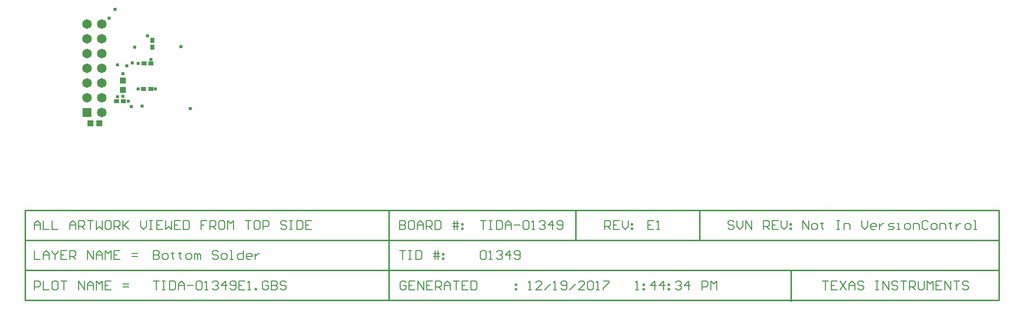
<source format=gbs>
G04 Layer_Color=16711935*
%FSAX25Y25*%
%MOIN*%
G70*
G01*
G75*
%ADD14C,0.00800*%
%ADD16C,0.01000*%
%ADD28R,0.04331X0.04134*%
%ADD29R,0.02756X0.03543*%
%ADD30C,0.06496*%
%ADD31R,0.06496X0.06496*%
%ADD32C,0.02394*%
%ADD33R,0.04134X0.04331*%
%ADD34R,0.03543X0.02756*%
G54D14*
X0126900Y0073549D02*
Y0067551D01*
X0129899D01*
X0130899Y0068550D01*
Y0069550D01*
X0129899Y0070550D01*
X0126900D01*
X0129899D01*
X0130899Y0071549D01*
Y0072549D01*
X0129899Y0073549D01*
X0126900D01*
X0133898Y0067551D02*
X0135897D01*
X0136897Y0068550D01*
Y0070550D01*
X0135897Y0071549D01*
X0133898D01*
X0132898Y0070550D01*
Y0068550D01*
X0133898Y0067551D01*
X0139896Y0072549D02*
Y0071549D01*
X0138896D01*
X0140895D01*
X0139896D01*
Y0068550D01*
X0140895Y0067551D01*
X0144894Y0072549D02*
Y0071549D01*
X0143895D01*
X0145894D01*
X0144894D01*
Y0068550D01*
X0145894Y0067551D01*
X0149893D02*
X0151892D01*
X0152892Y0068550D01*
Y0070550D01*
X0151892Y0071549D01*
X0149893D01*
X0148893Y0070550D01*
Y0068550D01*
X0149893Y0067551D01*
X0154891D02*
Y0071549D01*
X0155891D01*
X0156890Y0070550D01*
Y0067551D01*
Y0070550D01*
X0157890Y0071549D01*
X0158890Y0070550D01*
Y0067551D01*
X0170886Y0072549D02*
X0169886Y0073549D01*
X0167887D01*
X0166887Y0072549D01*
Y0071549D01*
X0167887Y0070550D01*
X0169886D01*
X0170886Y0069550D01*
Y0068550D01*
X0169886Y0067551D01*
X0167887D01*
X0166887Y0068550D01*
X0173885Y0067551D02*
X0175884D01*
X0176884Y0068550D01*
Y0070550D01*
X0175884Y0071549D01*
X0173885D01*
X0172885Y0070550D01*
Y0068550D01*
X0173885Y0067551D01*
X0178883D02*
X0180883D01*
X0179883D01*
Y0073549D01*
X0178883D01*
X0187880D02*
Y0067551D01*
X0184881D01*
X0183882Y0068550D01*
Y0070550D01*
X0184881Y0071549D01*
X0187880D01*
X0192879Y0067551D02*
X0190879D01*
X0189880Y0068550D01*
Y0070550D01*
X0190879Y0071549D01*
X0192879D01*
X0193878Y0070550D01*
Y0069550D01*
X0189880D01*
X0195878Y0071549D02*
Y0067551D01*
Y0069550D01*
X0196877Y0070550D01*
X0197877Y0071549D01*
X0198877D01*
X0567400Y0087833D02*
Y0093831D01*
X0571399Y0087833D01*
Y0093831D01*
X0574398Y0087833D02*
X0576397D01*
X0577397Y0088833D01*
Y0090832D01*
X0576397Y0091832D01*
X0574398D01*
X0573398Y0090832D01*
Y0088833D01*
X0574398Y0087833D01*
X0580396Y0092832D02*
Y0091832D01*
X0579396D01*
X0581395D01*
X0580396D01*
Y0088833D01*
X0581395Y0087833D01*
X0590393Y0093831D02*
X0592392D01*
X0591392D01*
Y0087833D01*
X0590393D01*
X0592392D01*
X0595391D02*
Y0091832D01*
X0598390D01*
X0599390Y0090832D01*
Y0087833D01*
X0607387Y0093831D02*
Y0089833D01*
X0609386Y0087833D01*
X0611386Y0089833D01*
Y0093831D01*
X0616384Y0087833D02*
X0614385D01*
X0613385Y0088833D01*
Y0090832D01*
X0614385Y0091832D01*
X0616384D01*
X0617384Y0090832D01*
Y0089833D01*
X0613385D01*
X0619383Y0091832D02*
Y0087833D01*
Y0089833D01*
X0620383Y0090832D01*
X0621383Y0091832D01*
X0622382D01*
X0625381Y0087833D02*
X0628380D01*
X0629380Y0088833D01*
X0628380Y0089833D01*
X0626381D01*
X0625381Y0090832D01*
X0626381Y0091832D01*
X0629380D01*
X0631379Y0087833D02*
X0633379D01*
X0632379D01*
Y0091832D01*
X0631379D01*
X0637377Y0087833D02*
X0639377D01*
X0640376Y0088833D01*
Y0090832D01*
X0639377Y0091832D01*
X0637377D01*
X0636378Y0090832D01*
Y0088833D01*
X0637377Y0087833D01*
X0642376D02*
Y0091832D01*
X0645375D01*
X0646374Y0090832D01*
Y0087833D01*
X0652373Y0092832D02*
X0651373Y0093831D01*
X0649373D01*
X0648374Y0092832D01*
Y0088833D01*
X0649373Y0087833D01*
X0651373D01*
X0652373Y0088833D01*
X0655372Y0087833D02*
X0657371D01*
X0658371Y0088833D01*
Y0090832D01*
X0657371Y0091832D01*
X0655372D01*
X0654372Y0090832D01*
Y0088833D01*
X0655372Y0087833D01*
X0660370D02*
Y0091832D01*
X0663369D01*
X0664369Y0090832D01*
Y0087833D01*
X0667368Y0092832D02*
Y0091832D01*
X0666368D01*
X0668367D01*
X0667368D01*
Y0088833D01*
X0668367Y0087833D01*
X0671366Y0091832D02*
Y0087833D01*
Y0089833D01*
X0672366Y0090832D01*
X0673366Y0091832D01*
X0674365D01*
X0678364Y0087833D02*
X0680364D01*
X0681363Y0088833D01*
Y0090832D01*
X0680364Y0091832D01*
X0678364D01*
X0677364Y0090832D01*
Y0088833D01*
X0678364Y0087833D01*
X0683362D02*
X0685362D01*
X0684362D01*
Y0093831D01*
X0683362D01*
X0520799Y0092832D02*
X0519799Y0093831D01*
X0517800D01*
X0516800Y0092832D01*
Y0091832D01*
X0517800Y0090832D01*
X0519799D01*
X0520799Y0089833D01*
Y0088833D01*
X0519799Y0087833D01*
X0517800D01*
X0516800Y0088833D01*
X0522798Y0093831D02*
Y0089833D01*
X0524797Y0087833D01*
X0526797Y0089833D01*
Y0093831D01*
X0528796Y0087833D02*
Y0093831D01*
X0532795Y0087833D01*
Y0093831D01*
X0540792Y0087833D02*
Y0093831D01*
X0543791D01*
X0544791Y0092832D01*
Y0090832D01*
X0543791Y0089833D01*
X0540792D01*
X0542792D02*
X0544791Y0087833D01*
X0550789Y0093831D02*
X0546790D01*
Y0087833D01*
X0550789D01*
X0546790Y0090832D02*
X0548790D01*
X0552788Y0093831D02*
Y0089833D01*
X0554788Y0087833D01*
X0556787Y0089833D01*
Y0093831D01*
X0558786Y0091832D02*
X0559786D01*
Y0090832D01*
X0558786D01*
Y0091832D01*
Y0088833D02*
X0559786D01*
Y0087833D01*
X0558786D01*
Y0088833D01*
X0433000Y0087833D02*
Y0093831D01*
X0435999D01*
X0436999Y0092832D01*
Y0090832D01*
X0435999Y0089833D01*
X0433000D01*
X0434999D02*
X0436999Y0087833D01*
X0442997Y0093831D02*
X0438998D01*
Y0087833D01*
X0442997D01*
X0438998Y0090832D02*
X0440997D01*
X0444996Y0093831D02*
Y0089833D01*
X0446995Y0087833D01*
X0448995Y0089833D01*
Y0093831D01*
X0450994Y0091832D02*
X0451994D01*
Y0090832D01*
X0450994D01*
Y0091832D01*
Y0088833D02*
X0451994D01*
Y0087833D01*
X0450994D01*
Y0088833D01*
X0126900Y0052965D02*
X0130899D01*
X0128899D01*
Y0046966D01*
X0132898Y0052965D02*
X0134897D01*
X0133898D01*
Y0046966D01*
X0132898D01*
X0134897D01*
X0137896Y0052965D02*
Y0046966D01*
X0140895D01*
X0141895Y0047966D01*
Y0051965D01*
X0140895Y0052965D01*
X0137896D01*
X0143895Y0046966D02*
Y0050965D01*
X0145894Y0052965D01*
X0147893Y0050965D01*
Y0046966D01*
Y0049966D01*
X0143895D01*
X0149893D02*
X0153891D01*
X0155891Y0051965D02*
X0156890Y0052965D01*
X0158890D01*
X0159889Y0051965D01*
Y0047966D01*
X0158890Y0046966D01*
X0156890D01*
X0155891Y0047966D01*
Y0051965D01*
X0161889Y0046966D02*
X0163888D01*
X0162888D01*
Y0052965D01*
X0161889Y0051965D01*
X0166887D02*
X0167887Y0052965D01*
X0169886D01*
X0170886Y0051965D01*
Y0050965D01*
X0169886Y0049966D01*
X0168886D01*
X0169886D01*
X0170886Y0048966D01*
Y0047966D01*
X0169886Y0046966D01*
X0167887D01*
X0166887Y0047966D01*
X0175884Y0046966D02*
Y0052965D01*
X0172885Y0049966D01*
X0176884D01*
X0178883Y0047966D02*
X0179883Y0046966D01*
X0181882D01*
X0182882Y0047966D01*
Y0051965D01*
X0181882Y0052965D01*
X0179883D01*
X0178883Y0051965D01*
Y0050965D01*
X0179883Y0049966D01*
X0182882D01*
X0188880Y0052965D02*
X0184881D01*
Y0046966D01*
X0188880D01*
X0184881Y0049966D02*
X0186881D01*
X0190879Y0046966D02*
X0192879D01*
X0191879D01*
Y0052965D01*
X0190879Y0051965D01*
X0195878Y0046966D02*
Y0047966D01*
X0196877D01*
Y0046966D01*
X0195878D01*
X0204875Y0051965D02*
X0203875Y0052965D01*
X0201876D01*
X0200876Y0051965D01*
Y0047966D01*
X0201876Y0046966D01*
X0203875D01*
X0204875Y0047966D01*
Y0049966D01*
X0202875D01*
X0206874Y0052965D02*
Y0046966D01*
X0209873D01*
X0210873Y0047966D01*
Y0048966D01*
X0209873Y0049966D01*
X0206874D01*
X0209873D01*
X0210873Y0050965D01*
Y0051965D01*
X0209873Y0052965D01*
X0206874D01*
X0216871Y0051965D02*
X0215871Y0052965D01*
X0213872D01*
X0212872Y0051965D01*
Y0050965D01*
X0213872Y0049966D01*
X0215871D01*
X0216871Y0048966D01*
Y0047966D01*
X0215871Y0046966D01*
X0213872D01*
X0212872Y0047966D01*
X0381150Y0046966D02*
X0383149D01*
X0382150D01*
Y0052965D01*
X0381150Y0051965D01*
X0390147Y0046966D02*
X0386148D01*
X0390147Y0050965D01*
Y0051965D01*
X0389147Y0052965D01*
X0387148D01*
X0386148Y0051965D01*
X0392146Y0046966D02*
X0396145Y0050965D01*
X0398145Y0046966D02*
X0400144D01*
X0399144D01*
Y0052965D01*
X0398145Y0051965D01*
X0403143Y0047966D02*
X0404143Y0046966D01*
X0406142D01*
X0407142Y0047966D01*
Y0051965D01*
X0406142Y0052965D01*
X0404143D01*
X0403143Y0051965D01*
Y0050965D01*
X0404143Y0049966D01*
X0407142D01*
X0409141Y0046966D02*
X0413140Y0050965D01*
X0419138Y0046966D02*
X0415139D01*
X0419138Y0050965D01*
Y0051965D01*
X0418138Y0052965D01*
X0416139D01*
X0415139Y0051965D01*
X0421137D02*
X0422137Y0052965D01*
X0424136D01*
X0425136Y0051965D01*
Y0047966D01*
X0424136Y0046966D01*
X0422137D01*
X0421137Y0047966D01*
Y0051965D01*
X0427135Y0046966D02*
X0429135D01*
X0428135D01*
Y0052965D01*
X0427135Y0051965D01*
X0432133Y0052965D02*
X0436132D01*
Y0051965D01*
X0432133Y0047966D01*
Y0046966D01*
X0298199Y0051965D02*
X0297199Y0052965D01*
X0295200D01*
X0294200Y0051965D01*
Y0047966D01*
X0295200Y0046966D01*
X0297199D01*
X0298199Y0047966D01*
Y0049966D01*
X0296199D01*
X0304197Y0052965D02*
X0300198D01*
Y0046966D01*
X0304197D01*
X0300198Y0049966D02*
X0302197D01*
X0306196Y0046966D02*
Y0052965D01*
X0310195Y0046966D01*
Y0052965D01*
X0316193D02*
X0312194D01*
Y0046966D01*
X0316193D01*
X0312194Y0049966D02*
X0314194D01*
X0318192Y0046966D02*
Y0052965D01*
X0321191D01*
X0322191Y0051965D01*
Y0049966D01*
X0321191Y0048966D01*
X0318192D01*
X0320192D02*
X0322191Y0046966D01*
X0324190D02*
Y0050965D01*
X0326190Y0052965D01*
X0328189Y0050965D01*
Y0046966D01*
Y0049966D01*
X0324190D01*
X0330188Y0052965D02*
X0334187D01*
X0332188D01*
Y0046966D01*
X0340185Y0052965D02*
X0336186D01*
Y0046966D01*
X0340185D01*
X0336186Y0049966D02*
X0338186D01*
X0342184Y0052965D02*
Y0046966D01*
X0345183D01*
X0346183Y0047966D01*
Y0051965D01*
X0345183Y0052965D01*
X0342184D01*
X0372175Y0050965D02*
X0373175D01*
Y0049966D01*
X0372175D01*
Y0050965D01*
Y0047966D02*
X0373175D01*
Y0046966D01*
X0372175D01*
Y0047966D01*
X0046350Y0087833D02*
Y0091832D01*
X0048349Y0093831D01*
X0050349Y0091832D01*
Y0087833D01*
Y0090832D01*
X0046350D01*
X0052348Y0093831D02*
Y0087833D01*
X0056347D01*
X0058346Y0093831D02*
Y0087833D01*
X0062345D01*
X0070342D02*
Y0091832D01*
X0072342Y0093831D01*
X0074341Y0091832D01*
Y0087833D01*
Y0090832D01*
X0070342D01*
X0076340Y0087833D02*
Y0093831D01*
X0079339D01*
X0080339Y0092832D01*
Y0090832D01*
X0079339Y0089833D01*
X0076340D01*
X0078340D02*
X0080339Y0087833D01*
X0082338Y0093831D02*
X0086337D01*
X0084338D01*
Y0087833D01*
X0088336Y0093831D02*
Y0087833D01*
X0090336Y0089833D01*
X0092335Y0087833D01*
Y0093831D01*
X0097334D02*
X0095334D01*
X0094335Y0092832D01*
Y0088833D01*
X0095334Y0087833D01*
X0097334D01*
X0098333Y0088833D01*
Y0092832D01*
X0097334Y0093831D01*
X0100332Y0087833D02*
Y0093831D01*
X0103332D01*
X0104331Y0092832D01*
Y0090832D01*
X0103332Y0089833D01*
X0100332D01*
X0102332D02*
X0104331Y0087833D01*
X0106331Y0093831D02*
Y0087833D01*
Y0089833D01*
X0110329Y0093831D01*
X0107330Y0090832D01*
X0110329Y0087833D01*
X0118327Y0093831D02*
Y0089833D01*
X0120326Y0087833D01*
X0122325Y0089833D01*
Y0093831D01*
X0124325D02*
X0126324D01*
X0125324D01*
Y0087833D01*
X0124325D01*
X0126324D01*
X0133322Y0093831D02*
X0129323D01*
Y0087833D01*
X0133322D01*
X0129323Y0090832D02*
X0131323D01*
X0135321Y0093831D02*
Y0087833D01*
X0137321Y0089833D01*
X0139320Y0087833D01*
Y0093831D01*
X0145318D02*
X0141319D01*
Y0087833D01*
X0145318D01*
X0141319Y0090832D02*
X0143319D01*
X0147317Y0093831D02*
Y0087833D01*
X0150316D01*
X0151316Y0088833D01*
Y0092832D01*
X0150316Y0093831D01*
X0147317D01*
X0163312D02*
X0159313D01*
Y0090832D01*
X0161313D01*
X0159313D01*
Y0087833D01*
X0165312D02*
Y0093831D01*
X0168310D01*
X0169310Y0092832D01*
Y0090832D01*
X0168310Y0089833D01*
X0165312D01*
X0167311D02*
X0169310Y0087833D01*
X0174309Y0093831D02*
X0172309D01*
X0171310Y0092832D01*
Y0088833D01*
X0172309Y0087833D01*
X0174309D01*
X0175308Y0088833D01*
Y0092832D01*
X0174309Y0093831D01*
X0177308Y0087833D02*
Y0093831D01*
X0179307Y0091832D01*
X0181306Y0093831D01*
Y0087833D01*
X0189304Y0093831D02*
X0193303D01*
X0191303D01*
Y0087833D01*
X0198301Y0093831D02*
X0196301D01*
X0195302Y0092832D01*
Y0088833D01*
X0196301Y0087833D01*
X0198301D01*
X0199301Y0088833D01*
Y0092832D01*
X0198301Y0093831D01*
X0201300Y0087833D02*
Y0093831D01*
X0204299D01*
X0205299Y0092832D01*
Y0090832D01*
X0204299Y0089833D01*
X0201300D01*
X0217295Y0092832D02*
X0216295Y0093831D01*
X0214296D01*
X0213296Y0092832D01*
Y0091832D01*
X0214296Y0090832D01*
X0216295D01*
X0217295Y0089833D01*
Y0088833D01*
X0216295Y0087833D01*
X0214296D01*
X0213296Y0088833D01*
X0219294Y0093831D02*
X0221293D01*
X0220294D01*
Y0087833D01*
X0219294D01*
X0221293D01*
X0224292Y0093831D02*
Y0087833D01*
X0227291D01*
X0228291Y0088833D01*
Y0092832D01*
X0227291Y0093831D01*
X0224292D01*
X0234289D02*
X0230291D01*
Y0087833D01*
X0234289D01*
X0230291Y0090832D02*
X0232290D01*
X0466149Y0093831D02*
X0462150D01*
Y0087833D01*
X0466149D01*
X0462150Y0090832D02*
X0464149D01*
X0468148Y0087833D02*
X0470147D01*
X0469148D01*
Y0093831D01*
X0468148Y0092832D01*
X0348550Y0093831D02*
X0352549D01*
X0350549D01*
Y0087833D01*
X0354548Y0093831D02*
X0356547D01*
X0355548D01*
Y0087833D01*
X0354548D01*
X0356547D01*
X0359546Y0093831D02*
Y0087833D01*
X0362545D01*
X0363545Y0088833D01*
Y0092832D01*
X0362545Y0093831D01*
X0359546D01*
X0365545Y0087833D02*
Y0091832D01*
X0367544Y0093831D01*
X0369543Y0091832D01*
Y0087833D01*
Y0090832D01*
X0365545D01*
X0371543D02*
X0375541D01*
X0377541Y0092832D02*
X0378540Y0093831D01*
X0380540D01*
X0381539Y0092832D01*
Y0088833D01*
X0380540Y0087833D01*
X0378540D01*
X0377541Y0088833D01*
Y0092832D01*
X0383539Y0087833D02*
X0385538D01*
X0384538D01*
Y0093831D01*
X0383539Y0092832D01*
X0388537D02*
X0389537Y0093831D01*
X0391536D01*
X0392536Y0092832D01*
Y0091832D01*
X0391536Y0090832D01*
X0390536D01*
X0391536D01*
X0392536Y0089833D01*
Y0088833D01*
X0391536Y0087833D01*
X0389537D01*
X0388537Y0088833D01*
X0397534Y0087833D02*
Y0093831D01*
X0394535Y0090832D01*
X0398534D01*
X0400533Y0088833D02*
X0401533Y0087833D01*
X0403532D01*
X0404532Y0088833D01*
Y0092832D01*
X0403532Y0093831D01*
X0401533D01*
X0400533Y0092832D01*
Y0091832D01*
X0401533Y0090832D01*
X0404532D01*
X0294000Y0093831D02*
Y0087833D01*
X0296999D01*
X0297999Y0088833D01*
Y0089833D01*
X0296999Y0090832D01*
X0294000D01*
X0296999D01*
X0297999Y0091832D01*
Y0092832D01*
X0296999Y0093831D01*
X0294000D01*
X0302997D02*
X0300998D01*
X0299998Y0092832D01*
Y0088833D01*
X0300998Y0087833D01*
X0302997D01*
X0303997Y0088833D01*
Y0092832D01*
X0302997Y0093831D01*
X0305996Y0087833D02*
Y0091832D01*
X0307996Y0093831D01*
X0309995Y0091832D01*
Y0087833D01*
Y0090832D01*
X0305996D01*
X0311994Y0087833D02*
Y0093831D01*
X0314993D01*
X0315993Y0092832D01*
Y0090832D01*
X0314993Y0089833D01*
X0311994D01*
X0313994D02*
X0315993Y0087833D01*
X0317992Y0093831D02*
Y0087833D01*
X0320991D01*
X0321991Y0088833D01*
Y0092832D01*
X0320991Y0093831D01*
X0317992D01*
X0330988Y0087833D02*
Y0093831D01*
X0332987D02*
Y0087833D01*
X0329988Y0091832D02*
X0332987D01*
X0333987D01*
X0329988Y0089833D02*
X0333987D01*
X0335986Y0091832D02*
X0336986D01*
Y0090832D01*
X0335986D01*
Y0091832D01*
Y0088833D02*
X0336986D01*
Y0087833D01*
X0335986D01*
Y0088833D01*
X0046350Y0073549D02*
Y0067551D01*
X0050349D01*
X0052348D02*
Y0071549D01*
X0054347Y0073549D01*
X0056347Y0071549D01*
Y0067551D01*
Y0070550D01*
X0052348D01*
X0058346Y0073549D02*
Y0072549D01*
X0060346Y0070550D01*
X0062345Y0072549D01*
Y0073549D01*
X0060346Y0070550D02*
Y0067551D01*
X0068343Y0073549D02*
X0064344D01*
Y0067551D01*
X0068343D01*
X0064344Y0070550D02*
X0066343D01*
X0070342Y0067551D02*
Y0073549D01*
X0073341D01*
X0074341Y0072549D01*
Y0070550D01*
X0073341Y0069550D01*
X0070342D01*
X0072342D02*
X0074341Y0067551D01*
X0082338D02*
Y0073549D01*
X0086337Y0067551D01*
Y0073549D01*
X0088336Y0067551D02*
Y0071549D01*
X0090336Y0073549D01*
X0092335Y0071549D01*
Y0067551D01*
Y0070550D01*
X0088336D01*
X0094335Y0067551D02*
Y0073549D01*
X0096334Y0071549D01*
X0098333Y0073549D01*
Y0067551D01*
X0104331Y0073549D02*
X0100332D01*
Y0067551D01*
X0104331D01*
X0100332Y0070550D02*
X0102332D01*
X0112329Y0069550D02*
X0116327D01*
X0112329Y0071549D02*
X0116327D01*
X0046350Y0046966D02*
Y0052965D01*
X0049349D01*
X0050349Y0051965D01*
Y0049966D01*
X0049349Y0048966D01*
X0046350D01*
X0052348Y0052965D02*
Y0046966D01*
X0056347D01*
X0061345Y0052965D02*
X0059346D01*
X0058346Y0051965D01*
Y0047966D01*
X0059346Y0046966D01*
X0061345D01*
X0062345Y0047966D01*
Y0051965D01*
X0061345Y0052965D01*
X0064344D02*
X0068343D01*
X0066343D01*
Y0046966D01*
X0076340D02*
Y0052965D01*
X0080339Y0046966D01*
Y0052965D01*
X0082338Y0046966D02*
Y0050965D01*
X0084338Y0052965D01*
X0086337Y0050965D01*
Y0046966D01*
Y0049966D01*
X0082338D01*
X0088336Y0046966D02*
Y0052965D01*
X0090336Y0050965D01*
X0092335Y0052965D01*
Y0046966D01*
X0098333Y0052965D02*
X0094335D01*
Y0046966D01*
X0098333D01*
X0094335Y0049966D02*
X0096334D01*
X0106331Y0048966D02*
X0110329D01*
X0106331Y0050965D02*
X0110329D01*
X0454050Y0046966D02*
X0456049D01*
X0455050D01*
Y0052965D01*
X0454050Y0051965D01*
X0459048Y0050965D02*
X0460048D01*
Y0049966D01*
X0459048D01*
Y0050965D01*
Y0047966D02*
X0460048D01*
Y0046966D01*
X0459048D01*
Y0047966D01*
X0467046Y0046966D02*
Y0052965D01*
X0464047Y0049966D01*
X0468046D01*
X0473044Y0046966D02*
Y0052965D01*
X0470045Y0049966D01*
X0474044D01*
X0476043Y0050965D02*
X0477043D01*
Y0049966D01*
X0476043D01*
Y0050965D01*
Y0047966D02*
X0477043D01*
Y0046966D01*
X0476043D01*
Y0047966D01*
X0481041Y0051965D02*
X0482041Y0052965D01*
X0484040D01*
X0485040Y0051965D01*
Y0050965D01*
X0484040Y0049966D01*
X0483041D01*
X0484040D01*
X0485040Y0048966D01*
Y0047966D01*
X0484040Y0046966D01*
X0482041D01*
X0481041Y0047966D01*
X0490038Y0046966D02*
Y0052965D01*
X0487039Y0049966D01*
X0491038D01*
X0499035Y0046966D02*
Y0052965D01*
X0502035D01*
X0503034Y0051965D01*
Y0049966D01*
X0502035Y0048966D01*
X0499035D01*
X0505033Y0046966D02*
Y0052965D01*
X0507033Y0050965D01*
X0509032Y0052965D01*
Y0046966D01*
X0580500Y0052965D02*
X0584499D01*
X0582499D01*
Y0046966D01*
X0590497Y0052965D02*
X0586498D01*
Y0046966D01*
X0590497D01*
X0586498Y0049966D02*
X0588497D01*
X0592496Y0052965D02*
X0596495Y0046966D01*
Y0052965D02*
X0592496Y0046966D01*
X0598494D02*
Y0050965D01*
X0600493Y0052965D01*
X0602493Y0050965D01*
Y0046966D01*
Y0049966D01*
X0598494D01*
X0608491Y0051965D02*
X0607491Y0052965D01*
X0605492D01*
X0604492Y0051965D01*
Y0050965D01*
X0605492Y0049966D01*
X0607491D01*
X0608491Y0048966D01*
Y0047966D01*
X0607491Y0046966D01*
X0605492D01*
X0604492Y0047966D01*
X0616488Y0052965D02*
X0618488D01*
X0617488D01*
Y0046966D01*
X0616488D01*
X0618488D01*
X0621487D02*
Y0052965D01*
X0625486Y0046966D01*
Y0052965D01*
X0631484Y0051965D02*
X0630484Y0052965D01*
X0628484D01*
X0627485Y0051965D01*
Y0050965D01*
X0628484Y0049966D01*
X0630484D01*
X0631484Y0048966D01*
Y0047966D01*
X0630484Y0046966D01*
X0628484D01*
X0627485Y0047966D01*
X0633483Y0052965D02*
X0637482D01*
X0635482D01*
Y0046966D01*
X0639481D02*
Y0052965D01*
X0642480D01*
X0643480Y0051965D01*
Y0049966D01*
X0642480Y0048966D01*
X0639481D01*
X0641480D02*
X0643480Y0046966D01*
X0645479Y0052965D02*
Y0047966D01*
X0646479Y0046966D01*
X0648478D01*
X0649478Y0047966D01*
Y0052965D01*
X0651477Y0046966D02*
Y0052965D01*
X0653476Y0050965D01*
X0655476Y0052965D01*
Y0046966D01*
X0661474Y0052965D02*
X0657475D01*
Y0046966D01*
X0661474D01*
X0657475Y0049966D02*
X0659474D01*
X0663473Y0046966D02*
Y0052965D01*
X0667472Y0046966D01*
Y0052965D01*
X0669471D02*
X0673470D01*
X0671471D01*
Y0046966D01*
X0679468Y0051965D02*
X0678468Y0052965D01*
X0676469D01*
X0675469Y0051965D01*
Y0050965D01*
X0676469Y0049966D01*
X0678468D01*
X0679468Y0048966D01*
Y0047966D01*
X0678468Y0046966D01*
X0676469D01*
X0675469Y0047966D01*
X0294000Y0073498D02*
X0297999D01*
X0295999D01*
Y0067500D01*
X0299998Y0073498D02*
X0301997D01*
X0300998D01*
Y0067500D01*
X0299998D01*
X0301997D01*
X0304996Y0073498D02*
Y0067500D01*
X0307996D01*
X0308995Y0068500D01*
Y0072498D01*
X0307996Y0073498D01*
X0304996D01*
X0317992Y0067500D02*
Y0073498D01*
X0319992D02*
Y0067500D01*
X0316993Y0071499D02*
X0319992D01*
X0320991D01*
X0316993Y0069499D02*
X0320991D01*
X0322991Y0071499D02*
X0323990D01*
Y0070499D01*
X0322991D01*
Y0071499D01*
Y0068500D02*
X0323990D01*
Y0067500D01*
X0322991D01*
Y0068500D01*
X0348550Y0072498D02*
X0349550Y0073498D01*
X0351549D01*
X0352549Y0072498D01*
Y0068500D01*
X0351549Y0067500D01*
X0349550D01*
X0348550Y0068500D01*
Y0072498D01*
X0354548Y0067500D02*
X0356547D01*
X0355548D01*
Y0073498D01*
X0354548Y0072498D01*
X0359546D02*
X0360546Y0073498D01*
X0362545D01*
X0363545Y0072498D01*
Y0071499D01*
X0362545Y0070499D01*
X0361546D01*
X0362545D01*
X0363545Y0069499D01*
Y0068500D01*
X0362545Y0067500D01*
X0360546D01*
X0359546Y0068500D01*
X0368544Y0067500D02*
Y0073498D01*
X0365545Y0070499D01*
X0369543D01*
X0371543Y0068500D02*
X0372542Y0067500D01*
X0374542D01*
X0375541Y0068500D01*
Y0072498D01*
X0374542Y0073498D01*
X0372542D01*
X0371543Y0072498D01*
Y0071499D01*
X0372542Y0070499D01*
X0375541D01*
G54D16*
X0497200Y0080717D02*
Y0101050D01*
X0413200Y0080717D02*
Y0101050D01*
X0040000Y0080717D02*
X0700200D01*
X0040000Y0060383D02*
X0700000D01*
X0040000Y0040050D02*
X0440500D01*
X0040050Y0101050D02*
X0700200D01*
X0040050Y0040050D02*
Y0101050D01*
Y0040050D02*
X0197600D01*
X0040000D02*
Y0101050D01*
X0286500Y0040050D02*
Y0101050D01*
X0700200Y0040050D02*
Y0101050D01*
X0440500Y0040050D02*
X0700200D01*
X0559400Y0039400D02*
Y0059683D01*
G54D28*
X0090450Y0159900D02*
D03*
X0084150D02*
D03*
G54D29*
X0126300Y0216362D02*
D03*
Y0211638D02*
D03*
G54D30*
X0092000Y0227400D02*
D03*
Y0217400D02*
D03*
Y0207400D02*
D03*
Y0197400D02*
D03*
Y0187400D02*
D03*
Y0177400D02*
D03*
Y0167400D02*
D03*
X0082000Y0227400D02*
D03*
Y0217400D02*
D03*
Y0207400D02*
D03*
Y0197400D02*
D03*
Y0187400D02*
D03*
Y0177400D02*
D03*
G54D31*
Y0167400D02*
D03*
G54D32*
X0128400Y0183200D02*
D03*
X0116700Y0183300D02*
D03*
X0112100Y0171400D02*
D03*
X0097038Y0231162D02*
D03*
X0102700Y0199500D02*
D03*
X0125362Y0203338D02*
D03*
X0116759Y0200459D02*
D03*
X0119300Y0171500D02*
D03*
X0145500Y0211800D02*
D03*
X0109082Y0198818D02*
D03*
X0112600Y0201000D02*
D03*
X0123000Y0219100D02*
D03*
X0114200Y0211500D02*
D03*
X0152100Y0170000D02*
D03*
X0106200Y0193700D02*
D03*
X0101100Y0237300D02*
D03*
X0106200Y0178300D02*
D03*
X0110000Y0175000D02*
D03*
X0102500Y0177900D02*
D03*
G54D33*
X0106200Y0189014D02*
D03*
Y0182715D02*
D03*
G54D34*
X0120438Y0183200D02*
D03*
X0125162D02*
D03*
X0120638Y0200500D02*
D03*
X0125362D02*
D03*
X0106762Y0175000D02*
D03*
X0102038D02*
D03*
M02*

</source>
